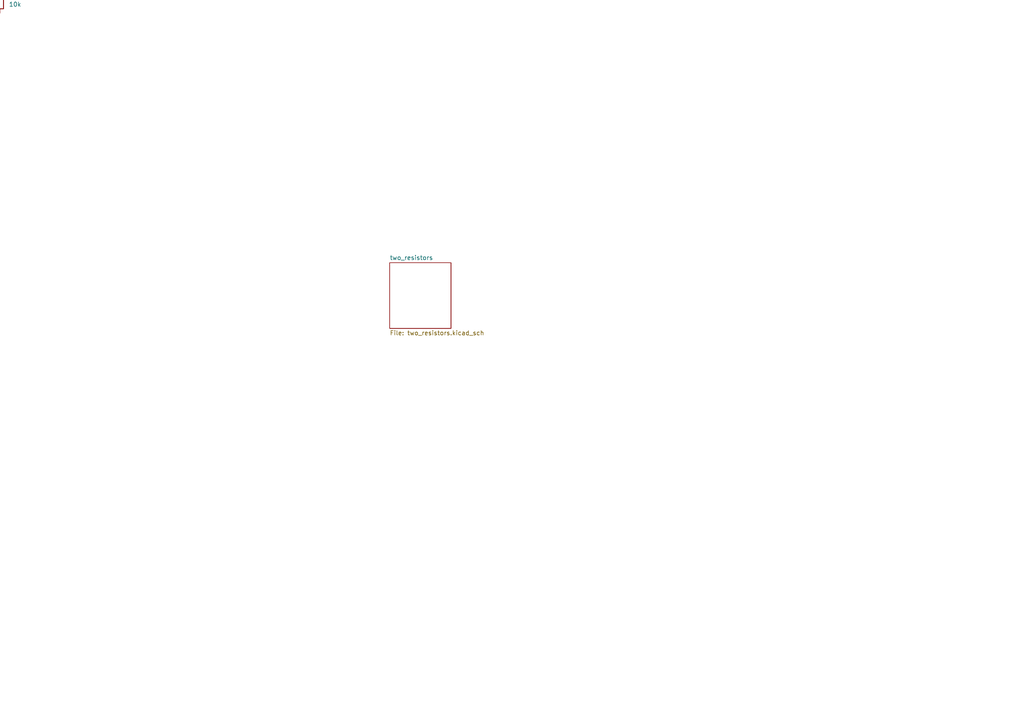
<source format=kicad_sch>
(kicad_sch (version 20231120) (generator "eeschema") (generator_version "8.0")
  (paper "A4")
  (lib_symbols
    (symbol "Device:R" (pin_numbers hide) (pin_names (offset 0))
      (property "Reference" "R" (at 2.032 0 90))
      (property "Value" "R" (at 0 0 90))
      (symbol "R_0_1"
        (rectangle (start -1.016 -2.54) (end 1.016 2.54) (stroke (width 0.254)))
      )
      (symbol "R_1_1"
        (pin passive line (at 0 3.81 270) (length 1.27) (name "~") (number "1"))
        (pin passive line (at 0 -3.81 90) (length 1.27) (name "~") (number "2"))
      )
    )
  )
  (symbol (lib_id "Device:R") (at 0 0 0) (unit 1)
    (property "Reference" "R1" (at 2.54 -1.2701 0) (effects (justify left)))
    (property "Value" "10k" (at 2.54 1.2699 0) (effects (justify left)))
    (property "Footprint" "Resistor_SMD:R_0603_1608Metric" (effects (hide yes)))
    (property "Description" "Resistor" (effects (hide yes)))
  )
  (sheet (at 113.03 76.2) (size 17.78 19.05) (stroke (width 0.1524))
    (property "Sheetname" "two_resistors" (at 113.03 75.4884 0) (effects (justify left bottom)))
    (property "Sheetfile" "two_resistors.kicad_sch" (at 113.03 95.8346 0) (effects (justify left top)))
  )
)
</source>
